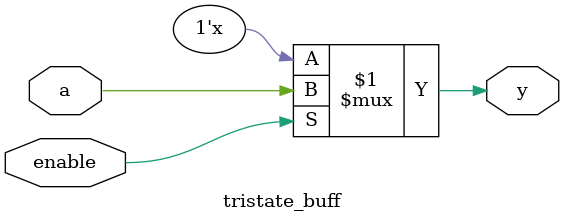
<source format=v>
module tristate_buff(input wire a, input wire enable, output wire y);
assign y = (enable) ? a : 1'bz;
endmodule
</source>
